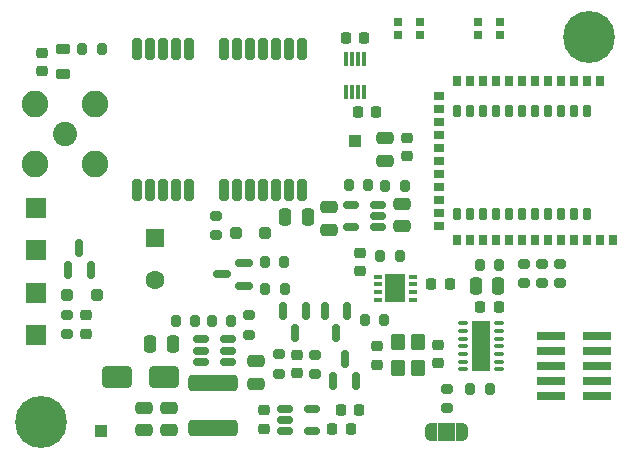
<source format=gbr>
%TF.GenerationSoftware,KiCad,Pcbnew,9.0.6-9.0.6~ubuntu24.04.1*%
%TF.CreationDate,2025-12-29T16:18:33+03:00*%
%TF.ProjectId,rc_ble,72635f62-6c65-42e6-9b69-6361645f7063,rev?*%
%TF.SameCoordinates,Original*%
%TF.FileFunction,Soldermask,Top*%
%TF.FilePolarity,Negative*%
%FSLAX46Y46*%
G04 Gerber Fmt 4.6, Leading zero omitted, Abs format (unit mm)*
G04 Created by KiCad (PCBNEW 9.0.6-9.0.6~ubuntu24.04.1) date 2025-12-29 16:18:33*
%MOMM*%
%LPD*%
G01*
G04 APERTURE LIST*
G04 Aperture macros list*
%AMRoundRect*
0 Rectangle with rounded corners*
0 $1 Rounding radius*
0 $2 $3 $4 $5 $6 $7 $8 $9 X,Y pos of 4 corners*
0 Add a 4 corners polygon primitive as box body*
4,1,4,$2,$3,$4,$5,$6,$7,$8,$9,$2,$3,0*
0 Add four circle primitives for the rounded corners*
1,1,$1+$1,$2,$3*
1,1,$1+$1,$4,$5*
1,1,$1+$1,$6,$7*
1,1,$1+$1,$8,$9*
0 Add four rect primitives between the rounded corners*
20,1,$1+$1,$2,$3,$4,$5,0*
20,1,$1+$1,$4,$5,$6,$7,0*
20,1,$1+$1,$6,$7,$8,$9,0*
20,1,$1+$1,$8,$9,$2,$3,0*%
%AMFreePoly0*
4,1,23,0.550000,-0.750000,0.000000,-0.750000,0.000000,-0.745722,-0.065263,-0.745722,-0.191342,-0.711940,-0.304381,-0.646677,-0.396677,-0.554381,-0.461940,-0.441342,-0.495722,-0.315263,-0.495722,-0.250000,-0.500000,-0.250000,-0.500000,0.250000,-0.495722,0.250000,-0.495722,0.315263,-0.461940,0.441342,-0.396677,0.554381,-0.304381,0.646677,-0.191342,0.711940,-0.065263,0.745722,0.000000,0.745722,
0.000000,0.750000,0.550000,0.750000,0.550000,-0.750000,0.550000,-0.750000,$1*%
%AMFreePoly1*
4,1,23,0.000000,0.745722,0.065263,0.745722,0.191342,0.711940,0.304381,0.646677,0.396677,0.554381,0.461940,0.441342,0.495722,0.315263,0.495722,0.250000,0.500000,0.250000,0.500000,-0.250000,0.495722,-0.250000,0.495722,-0.315263,0.461940,-0.441342,0.396677,-0.554381,0.304381,-0.646677,0.191342,-0.711940,0.065263,-0.745722,0.000000,-0.745722,0.000000,-0.750000,-0.550000,-0.750000,
-0.550000,0.750000,0.000000,0.750000,0.000000,0.745722,0.000000,0.745722,$1*%
G04 Aperture macros list end*
%ADD10FreePoly0,0.000000*%
%ADD11R,1.000000X1.500000*%
%ADD12FreePoly1,0.000000*%
%ADD13RoundRect,0.225000X-0.225000X-0.250000X0.225000X-0.250000X0.225000X0.250000X-0.225000X0.250000X0*%
%ADD14RoundRect,0.200000X-0.275000X0.200000X-0.275000X-0.200000X0.275000X-0.200000X0.275000X0.200000X0*%
%ADD15R,2.400000X0.740000*%
%ADD16RoundRect,0.250000X-0.475000X0.250000X-0.475000X-0.250000X0.475000X-0.250000X0.475000X0.250000X0*%
%ADD17RoundRect,0.225000X-0.250000X0.225000X-0.250000X-0.225000X0.250000X-0.225000X0.250000X0.225000X0*%
%ADD18R,1.700000X1.700000*%
%ADD19RoundRect,0.218750X0.381250X-0.218750X0.381250X0.218750X-0.381250X0.218750X-0.381250X-0.218750X0*%
%ADD20RoundRect,0.200000X-0.200000X-0.275000X0.200000X-0.275000X0.200000X0.275000X-0.200000X0.275000X0*%
%ADD21RoundRect,0.150000X-0.150000X0.587500X-0.150000X-0.587500X0.150000X-0.587500X0.150000X0.587500X0*%
%ADD22R,1.000000X1.000000*%
%ADD23RoundRect,0.350000X1.750000X0.350000X-1.750000X0.350000X-1.750000X-0.350000X1.750000X-0.350000X0*%
%ADD24RoundRect,0.200000X0.200000X0.275000X-0.200000X0.275000X-0.200000X-0.275000X0.200000X-0.275000X0*%
%ADD25RoundRect,0.250000X-0.250000X-0.475000X0.250000X-0.475000X0.250000X0.475000X-0.250000X0.475000X0*%
%ADD26RoundRect,0.087500X-0.087500X0.537500X-0.087500X-0.537500X0.087500X-0.537500X0.087500X0.537500X0*%
%ADD27RoundRect,0.250000X0.475000X-0.250000X0.475000X0.250000X-0.475000X0.250000X-0.475000X-0.250000X0*%
%ADD28RoundRect,0.225000X0.250000X-0.225000X0.250000X0.225000X-0.250000X0.225000X-0.250000X-0.225000X0*%
%ADD29RoundRect,0.250000X-0.250000X-0.250000X0.250000X-0.250000X0.250000X0.250000X-0.250000X0.250000X0*%
%ADD30C,0.700000*%
%ADD31C,4.400000*%
%ADD32RoundRect,0.150000X-0.512500X-0.150000X0.512500X-0.150000X0.512500X0.150000X-0.512500X0.150000X0*%
%ADD33RoundRect,0.200000X0.275000X-0.200000X0.275000X0.200000X-0.275000X0.200000X-0.275000X-0.200000X0*%
%ADD34RoundRect,0.250000X0.350000X-0.450000X0.350000X0.450000X-0.350000X0.450000X-0.350000X-0.450000X0*%
%ADD35O,0.850000X0.350000*%
%ADD36R,1.650000X4.250000*%
%ADD37RoundRect,0.150000X0.512500X0.150000X-0.512500X0.150000X-0.512500X-0.150000X0.512500X-0.150000X0*%
%ADD38R,0.700000X0.700000*%
%ADD39RoundRect,0.250000X0.250000X0.250000X-0.250000X0.250000X-0.250000X-0.250000X0.250000X-0.250000X0*%
%ADD40RoundRect,0.105000X-0.245000X0.345000X-0.245000X-0.345000X0.245000X-0.345000X0.245000X0.345000X0*%
%ADD41RoundRect,0.105000X-0.345000X-0.245000X0.345000X-0.245000X0.345000X0.245000X-0.345000X0.245000X0*%
%ADD42RoundRect,0.105000X0.245000X-0.345000X0.245000X0.345000X-0.245000X0.345000X-0.245000X-0.345000X0*%
%ADD43RoundRect,0.105000X0.245000X-0.395000X0.245000X0.395000X-0.245000X0.395000X-0.245000X-0.395000X0*%
%ADD44RoundRect,0.225000X0.225000X0.250000X-0.225000X0.250000X-0.225000X-0.250000X0.225000X-0.250000X0*%
%ADD45RoundRect,0.250000X0.250000X0.475000X-0.250000X0.475000X-0.250000X-0.475000X0.250000X-0.475000X0*%
%ADD46RoundRect,0.250000X1.000000X0.650000X-1.000000X0.650000X-1.000000X-0.650000X1.000000X-0.650000X0*%
%ADD47RoundRect,0.150000X0.150000X-0.587500X0.150000X0.587500X-0.150000X0.587500X-0.150000X-0.587500X0*%
%ADD48C,2.050000*%
%ADD49C,2.250000*%
%ADD50RoundRect,0.250000X-0.550000X0.550000X-0.550000X-0.550000X0.550000X-0.550000X0.550000X0.550000X0*%
%ADD51C,1.600000*%
%ADD52R,0.762000X0.304800*%
%ADD53R,1.651000X2.438400*%
%ADD54RoundRect,0.200000X-0.200000X0.700000X-0.200000X-0.700000X0.200000X-0.700000X0.200000X0.700000X0*%
%ADD55RoundRect,0.150000X0.587500X0.150000X-0.587500X0.150000X-0.587500X-0.150000X0.587500X-0.150000X0*%
G04 APERTURE END LIST*
%TO.C,JP101*%
G36*
X131130000Y-98410000D02*
G01*
X132630000Y-98410000D01*
X132630000Y-99910000D01*
X131130000Y-99910000D01*
X131130000Y-98410000D01*
G37*
%TD*%
D10*
%TO.C,JP101*%
X130580000Y-99160000D03*
D11*
X131880000Y-99160000D03*
D12*
X133180000Y-99160000D03*
%TD*%
D13*
%TO.C,C108*%
X124355000Y-72030000D03*
X125905000Y-72030000D03*
%TD*%
D14*
%TO.C,R102*%
X112360000Y-80845000D03*
X112360000Y-82495000D03*
%TD*%
D15*
%TO.C,J104*%
X140700000Y-91050000D03*
X144600000Y-91050000D03*
X140700000Y-92320000D03*
X144600000Y-92320000D03*
X140700000Y-93590000D03*
X144600000Y-93590000D03*
X140700000Y-94860000D03*
X144600000Y-94860000D03*
X140700000Y-96130000D03*
X144600000Y-96130000D03*
%TD*%
D16*
%TO.C,C113*%
X126710000Y-74290000D03*
X126710000Y-76190000D03*
%TD*%
D17*
%TO.C,C110*%
X101350000Y-89280000D03*
X101350000Y-90830000D03*
%TD*%
D18*
%TO.C,J302*%
X97150000Y-87350000D03*
%TD*%
D13*
%TO.C,C106*%
X123380000Y-65750000D03*
X124930000Y-65750000D03*
%TD*%
D17*
%TO.C,C101*%
X125990001Y-91900000D03*
X125990001Y-93450000D03*
%TD*%
D19*
%TO.C,L201*%
X99450000Y-68812500D03*
X99450000Y-66687500D03*
%TD*%
D20*
%TO.C,R101*%
X134700000Y-85000000D03*
X136350000Y-85000000D03*
%TD*%
D21*
%TO.C,Q303*%
X123470000Y-88930000D03*
X121570000Y-88930000D03*
X122520000Y-90805000D03*
%TD*%
D22*
%TO.C,TP101*%
X102600000Y-99100000D03*
%TD*%
D23*
%TO.C,L401*%
X112100000Y-95025000D03*
X112100000Y-98775000D03*
%TD*%
D24*
%TO.C,R302*%
X127945000Y-84280000D03*
X126295000Y-84280000D03*
%TD*%
D25*
%TO.C,C202*%
X118250000Y-80950000D03*
X120150000Y-80950000D03*
%TD*%
D13*
%TO.C,C112*%
X122225000Y-98890000D03*
X123775000Y-98890000D03*
%TD*%
D14*
%TO.C,R110*%
X140000000Y-84900000D03*
X140000000Y-86550000D03*
%TD*%
D26*
%TO.C,U102*%
X124880000Y-67540000D03*
X124380000Y-67540000D03*
X123880000Y-67540000D03*
X123380000Y-67540000D03*
X123380000Y-70340000D03*
X123880000Y-70340000D03*
X124380000Y-70340000D03*
X124880000Y-70340000D03*
%TD*%
D27*
%TO.C,C107*%
X121910000Y-82010000D03*
X121910000Y-80110000D03*
%TD*%
D14*
%TO.C,R104*%
X131920000Y-95485000D03*
X131920000Y-97135000D03*
%TD*%
D28*
%TO.C,C103*%
X131140001Y-93325000D03*
X131140001Y-91775000D03*
%TD*%
D29*
%TO.C,D101*%
X114032500Y-82340000D03*
X116532500Y-82340000D03*
%TD*%
D27*
%TO.C,C404*%
X106240000Y-99020000D03*
X106240000Y-97120000D03*
%TD*%
D13*
%TO.C,C301*%
X130600000Y-86650000D03*
X132150000Y-86650000D03*
%TD*%
D30*
%TO.C,H101*%
X142330000Y-65670000D03*
X142813274Y-64503274D03*
X142813274Y-66836726D03*
X143980000Y-64020000D03*
D31*
X143980000Y-65670000D03*
D30*
X143980000Y-67320000D03*
X145146726Y-64503274D03*
X145146726Y-66836726D03*
X145630000Y-65670000D03*
%TD*%
D32*
%TO.C,U105*%
X118235000Y-97200000D03*
X118235000Y-98150000D03*
X118235000Y-99100000D03*
X120510000Y-99100000D03*
X120510000Y-97200000D03*
%TD*%
D17*
%TO.C,C201*%
X97650000Y-67050000D03*
X97650000Y-68600000D03*
%TD*%
D33*
%TO.C,R402*%
X115175000Y-90925000D03*
X115175000Y-89275000D03*
%TD*%
D20*
%TO.C,R401*%
X108950000Y-89780000D03*
X110600000Y-89780000D03*
%TD*%
D14*
%TO.C,R108*%
X138450000Y-84900000D03*
X138450000Y-86550000D03*
%TD*%
D21*
%TO.C,Q302*%
X119970000Y-88930000D03*
X118070000Y-88930000D03*
X119020000Y-90805000D03*
%TD*%
D34*
%TO.C,Y101*%
X129450001Y-93700000D03*
X129450001Y-91500000D03*
X127750001Y-91500000D03*
X127750001Y-93700000D03*
%TD*%
D18*
%TO.C,J102*%
X97150000Y-83750000D03*
%TD*%
D35*
%TO.C,U101*%
X133312500Y-89950000D03*
X133312500Y-90600000D03*
X133312500Y-91250000D03*
X133312500Y-91900000D03*
X133312500Y-92550000D03*
X133312500Y-93200000D03*
X133312500Y-93850000D03*
X136312500Y-93850000D03*
X136312500Y-93200000D03*
X136312500Y-92550000D03*
X136312500Y-91900000D03*
X136312500Y-91250000D03*
X136312500Y-90600000D03*
X136312500Y-89950000D03*
D36*
X134812500Y-91900000D03*
%TD*%
D37*
%TO.C,U401*%
X113387500Y-93212500D03*
X113387500Y-92262500D03*
X113387500Y-91312500D03*
X111112500Y-91312500D03*
X111112500Y-92262500D03*
X111112500Y-93212500D03*
%TD*%
D20*
%TO.C,R201*%
X101050000Y-66700000D03*
X102700000Y-66700000D03*
%TD*%
%TO.C,R306*%
X116495000Y-84730000D03*
X118145000Y-84730000D03*
%TD*%
D38*
%TO.C,D102*%
X134560000Y-64450000D03*
X134560000Y-65550000D03*
X136390000Y-65550000D03*
X136390000Y-64450000D03*
%TD*%
%TO.C,D103*%
X127820000Y-64450000D03*
X127820000Y-65550000D03*
X129650000Y-65550000D03*
X129650000Y-64450000D03*
%TD*%
D20*
%TO.C,R304*%
X116535000Y-87065000D03*
X118185000Y-87065000D03*
%TD*%
D18*
%TO.C,J103*%
X97150000Y-80150000D03*
%TD*%
D24*
%TO.C,R301*%
X126635000Y-89680000D03*
X124985000Y-89680000D03*
%TD*%
D39*
%TO.C,D104*%
X102300000Y-87530000D03*
X99800000Y-87530000D03*
%TD*%
D14*
%TO.C,R107*%
X99800000Y-89215000D03*
X99800000Y-90865000D03*
%TD*%
D40*
%TO.C,U104*%
X144865000Y-69435000D03*
X143765000Y-69435000D03*
X142665000Y-69435000D03*
X141565000Y-69435000D03*
X140465000Y-69435000D03*
X139365000Y-69435000D03*
X138265000Y-69435000D03*
X137165000Y-69435000D03*
X136065000Y-69435000D03*
X134965000Y-69435000D03*
X133865000Y-69435000D03*
X132765000Y-69435000D03*
D41*
X131265000Y-70685000D03*
X131265000Y-71785000D03*
X131265000Y-72885000D03*
X131265000Y-73985000D03*
X131265000Y-75085000D03*
X131265000Y-76185000D03*
X131265000Y-77285000D03*
X131265000Y-78385000D03*
X131265000Y-79485000D03*
X131265000Y-80585000D03*
X131265000Y-81685000D03*
D42*
X132765000Y-82935000D03*
X133865000Y-82935000D03*
X134965000Y-82935000D03*
X136065000Y-82935000D03*
X137165000Y-82935000D03*
X138265000Y-82935000D03*
X139365000Y-82935000D03*
X140465000Y-82935000D03*
X141565000Y-82935000D03*
X142665000Y-82935000D03*
X143765000Y-82935000D03*
X144865000Y-82935000D03*
X145965000Y-82935000D03*
D43*
X142665000Y-71935000D03*
X143765000Y-71935000D03*
X141565000Y-71935000D03*
X140465000Y-71935000D03*
X139365000Y-71935000D03*
X138265000Y-71935000D03*
X137165000Y-71935000D03*
X136065000Y-71935000D03*
X134965000Y-71935000D03*
X133865000Y-71935000D03*
X132765000Y-71935000D03*
X132765000Y-80735000D03*
X133865000Y-80735000D03*
X134965000Y-80735000D03*
X136065000Y-80735000D03*
X137165000Y-80735000D03*
X138265000Y-80735000D03*
X139365000Y-80735000D03*
X140465000Y-80735000D03*
X141565000Y-80735000D03*
X142665000Y-80735000D03*
X143765000Y-80735000D03*
%TD*%
D30*
%TO.C,H102*%
X95910000Y-98310000D03*
X96393274Y-97143274D03*
X96393274Y-99476726D03*
X97560000Y-96660000D03*
D31*
X97560000Y-98310000D03*
D30*
X97560000Y-99960000D03*
X98726726Y-97143274D03*
X98726726Y-99476726D03*
X99210000Y-98310000D03*
%TD*%
D14*
%TO.C,R305*%
X117740000Y-92585000D03*
X117740000Y-94235000D03*
%TD*%
D44*
%TO.C,C105*%
X136292500Y-88590000D03*
X134742500Y-88590000D03*
%TD*%
D24*
%TO.C,R403*%
X113650000Y-89775000D03*
X112000000Y-89775000D03*
%TD*%
D45*
%TO.C,C401*%
X108720000Y-91720000D03*
X106820000Y-91720000D03*
%TD*%
D46*
%TO.C,D401*%
X107950000Y-94525000D03*
X103950000Y-94525000D03*
%TD*%
D45*
%TO.C,C102*%
X136262500Y-86810000D03*
X134362500Y-86810000D03*
%TD*%
D14*
%TO.C,R109*%
X141500000Y-84900000D03*
X141500000Y-86550000D03*
%TD*%
D47*
%TO.C,Q301*%
X122320000Y-94847500D03*
X124220000Y-94847500D03*
X123270000Y-92972500D03*
%TD*%
D18*
%TO.C,J301*%
X97150000Y-90950000D03*
%TD*%
D48*
%TO.C,J101*%
X99560000Y-73890000D03*
D49*
X97020000Y-71350000D03*
X97020000Y-76430000D03*
X102100000Y-71350000D03*
X102100000Y-76430000D03*
%TD*%
D50*
%TO.C,C104*%
X107170000Y-82740000D03*
D51*
X107170000Y-86240000D03*
%TD*%
D14*
%TO.C,R303*%
X120750000Y-92595000D03*
X120750000Y-94245000D03*
%TD*%
D20*
%TO.C,R105*%
X126700000Y-78300000D03*
X128350000Y-78300000D03*
%TD*%
D52*
%TO.C,U301*%
X129025000Y-87939958D03*
X129025000Y-87289972D03*
X129025000Y-86639986D03*
X129025000Y-85990000D03*
X126078600Y-85990000D03*
X126078600Y-86639986D03*
X126078600Y-87289972D03*
X126078600Y-87939958D03*
D53*
X127551800Y-86964979D03*
%TD*%
D37*
%TO.C,U103*%
X126113750Y-81810000D03*
X126113750Y-80860000D03*
X126113750Y-79910000D03*
X123838750Y-79910000D03*
X123838750Y-81810000D03*
%TD*%
D13*
%TO.C,C114*%
X122920000Y-97260000D03*
X124470000Y-97260000D03*
%TD*%
D24*
%TO.C,R106*%
X125255000Y-78260000D03*
X123605000Y-78260000D03*
%TD*%
D28*
%TO.C,C302*%
X124600000Y-85525000D03*
X124600000Y-83975000D03*
%TD*%
D54*
%TO.C,U201*%
X119650000Y-66700000D03*
X118550000Y-66700000D03*
X117450000Y-66700000D03*
X116350000Y-66700000D03*
X115250000Y-66700000D03*
X114150000Y-66700000D03*
X113050000Y-66700000D03*
X110050000Y-66700000D03*
X108950000Y-66700000D03*
X107850000Y-66700000D03*
X106750000Y-66700000D03*
X105650000Y-66700000D03*
X105650000Y-78700000D03*
X106750000Y-78700000D03*
X107850000Y-78700000D03*
X108950000Y-78700000D03*
X110050000Y-78700000D03*
X113050000Y-78700000D03*
X114150000Y-78700000D03*
X115250000Y-78700000D03*
X116350000Y-78700000D03*
X117450000Y-78700000D03*
X118550000Y-78700000D03*
X119650000Y-78700000D03*
%TD*%
D27*
%TO.C,C109*%
X128126250Y-81710000D03*
X128126250Y-79810000D03*
%TD*%
D16*
%TO.C,C402*%
X115750000Y-93175000D03*
X115750000Y-95075000D03*
%TD*%
D17*
%TO.C,C303*%
X119270000Y-92635000D03*
X119270000Y-94185000D03*
%TD*%
D24*
%TO.C,R103*%
X135560000Y-95510000D03*
X133910000Y-95510000D03*
%TD*%
D22*
%TO.C,TP102*%
X124100000Y-74540000D03*
%TD*%
D55*
%TO.C,D301*%
X114760000Y-86750000D03*
X114760000Y-84850000D03*
X112885000Y-85800000D03*
%TD*%
D47*
%TO.C,Q101*%
X99860000Y-85460000D03*
X101760000Y-85460000D03*
X100810000Y-83585000D03*
%TD*%
D17*
%TO.C,C115*%
X128530000Y-74240000D03*
X128530000Y-75790000D03*
%TD*%
%TO.C,C111*%
X116440000Y-97320000D03*
X116440000Y-98870000D03*
%TD*%
D27*
%TO.C,C403*%
X108390000Y-99020000D03*
X108390000Y-97120000D03*
%TD*%
M02*

</source>
